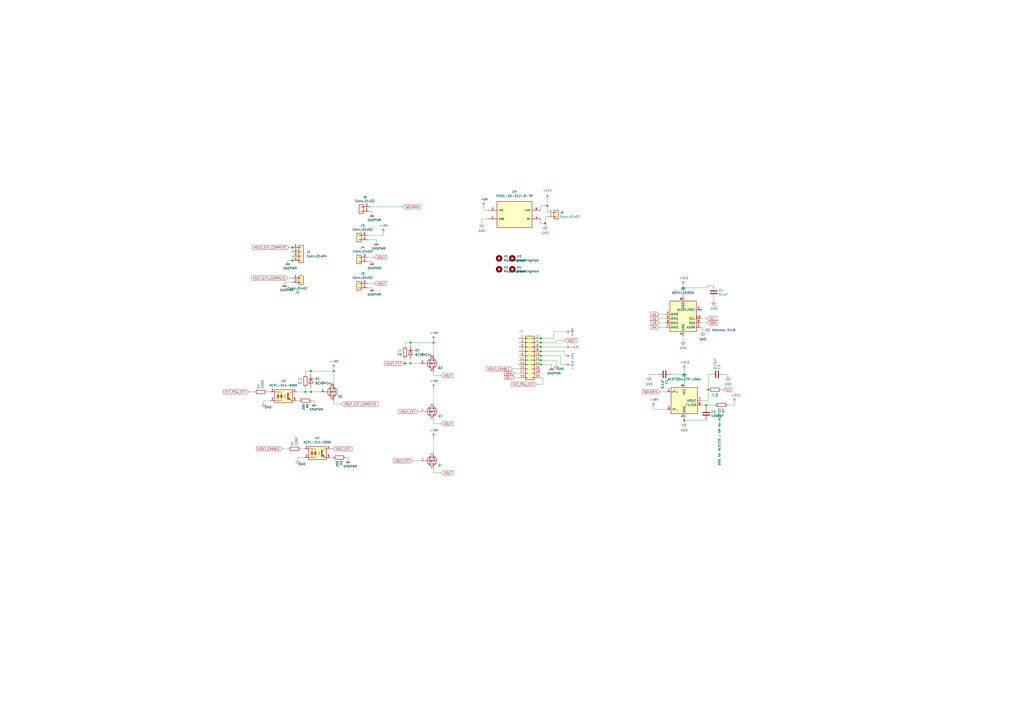
<source format=kicad_sch>
(kicad_sch (version 20211123) (generator eeschema)
  (paper "A2")
  (lib_symbols
    (symbol "Analog_ADC:ADS1115IDGS"
      (property "Reference" "U" (at 2.54 13.97 0))
      (property "Value" "ADS1115IDGS" (at 7.62 11.43 0))
      (symbol "ADS1115IDGS_0_1"
        (rectangle (start -7.62 10.16) (end 7.62 -7.62) (stroke (width 0.254)) (fill (type background)))
      )
      (symbol "ADS1115IDGS_1_1"
        (pin input line (at 10.16 -5.08 180) (length 2.54) (name "ADDR") (number "1"))
        (pin input line (at 10.16 0 180) (length 2.54) (name "SCL") (number "10"))
        (pin output line (at 10.16 5.08 180) (length 2.54) (name "ALERT/RDY") (number "2"))
        (pin power_in line (at 0 -10.16 90) (length 2.54) (name "GND") (number "3"))
        (pin input line (at -10.16 2.54 0) (length 2.54) (name "AIN0") (number "4"))
        (pin input line (at -10.16 0 0) (length 2.54) (name "AIN1") (number "5"))
        (pin input line (at -10.16 -2.54 0) (length 2.54) (name "AIN2") (number "6"))
        (pin input line (at -10.16 -5.08 0) (length 2.54) (name "AIN3") (number "7"))
        (pin power_in line (at 0 12.7 270) (length 2.54) (name "VDD") (number "8"))
        (pin bidirectional line (at 10.16 -2.54 180) (length 2.54) (name "SDA") (number "9"))
      )
    )
    (symbol "Connector_Generic:Conn_01x02" (pin_names (offset 1.016) hide)
      (property "Reference" "J" (at 0 2.54 0))
      (property "Value" "Conn_01x02" (at 0 -5.08 0))
      (symbol "Conn_01x02_1_1"
        (rectangle (start -1.27 -2.413) (end 0 -2.667) (stroke (width 0.1524)))
        (rectangle (start -1.27 0.127) (end 0 -0.127) (stroke (width 0.1524)))
        (rectangle (start -1.27 1.27) (end 1.27 -3.81) (stroke (width 0.254)) (fill (type background)))
        (pin passive line (at -5.08 0 0) (length 3.81) (name "Pin_1") (number "1"))
        (pin passive line (at -5.08 -2.54 0) (length 3.81) (name "Pin_2") (number "2"))
      )
    )
    (symbol "Connector_Generic:Conn_01x04" (pin_names (offset 1.016) hide)
      (property "Reference" "J" (at 0 5.08 0))
      (property "Value" "Conn_01x04" (at 0 -7.62 0))
      (symbol "Conn_01x04_1_1"
        (rectangle (start -1.27 -4.953) (end 0 -5.207) (stroke (width 0.1524)))
        (rectangle (start -1.27 -2.413) (end 0 -2.667) (stroke (width 0.1524)))
        (rectangle (start -1.27 0.127) (end 0 -0.127) (stroke (width 0.1524)))
        (rectangle (start -1.27 2.667) (end 0 2.413) (stroke (width 0.1524)))
        (rectangle (start -1.27 3.81) (end 1.27 -6.35) (stroke (width 0.254)) (fill (type background)))
        (pin passive line (at -5.08 2.54 0) (length 3.81) (name "Pin_1") (number "1"))
        (pin passive line (at -5.08 0 0) (length 3.81) (name "Pin_2") (number "2"))
        (pin passive line (at -5.08 -2.54 0) (length 3.81) (name "Pin_3") (number "3"))
        (pin passive line (at -5.08 -5.08 0) (length 3.81) (name "Pin_4") (number "4"))
      )
    )
    (symbol "Connector_Generic:Conn_02x10_Odd_Even" (pin_names (offset 1.016) hide)
      (property "Reference" "J" (at 1.27 12.7 0))
      (property "Value" "Conn_02x10_Odd_Even" (at 1.27 -15.24 0))
      (symbol "Conn_02x10_Odd_Even_1_1"
        (rectangle (start -1.27 -12.573) (end 0 -12.827) (stroke (width 0.1524)))
        (rectangle (start -1.27 -10.033) (end 0 -10.287) (stroke (width 0.1524)))
        (rectangle (start -1.27 -7.493) (end 0 -7.747) (stroke (width 0.1524)))
        (rectangle (start -1.27 -4.953) (end 0 -5.207) (stroke (width 0.1524)))
        (rectangle (start -1.27 -2.413) (end 0 -2.667) (stroke (width 0.1524)))
        (rectangle (start -1.27 0.127) (end 0 -0.127) (stroke (width 0.1524)))
        (rectangle (start -1.27 2.667) (end 0 2.413) (stroke (width 0.1524)))
        (rectangle (start -1.27 5.207) (end 0 4.953) (stroke (width 0.1524)))
        (rectangle (start -1.27 7.747) (end 0 7.493) (stroke (width 0.1524)))
        (rectangle (start -1.27 10.287) (end 0 10.033) (stroke (width 0.1524)))
        (rectangle (start -1.27 11.43) (end 3.81 -13.97) (stroke (width 0.254)) (fill (type background)))
        (rectangle (start 3.81 -12.573) (end 2.54 -12.827) (stroke (width 0.1524)))
        (rectangle (start 3.81 -10.033) (end 2.54 -10.287) (stroke (width 0.1524)))
        (rectangle (start 3.81 -7.493) (end 2.54 -7.747) (stroke (width 0.1524)))
        (rectangle (start 3.81 -4.953) (end 2.54 -5.207) (stroke (width 0.1524)))
        (rectangle (start 3.81 -2.413) (end 2.54 -2.667) (stroke (width 0.1524)))
        (rectangle (start 3.81 0.127) (end 2.54 -0.127) (stroke (width 0.1524)))
        (rectangle (start 3.81 2.667) (end 2.54 2.413) (stroke (width 0.1524)))
        (rectangle (start 3.81 5.207) (end 2.54 4.953) (stroke (width 0.1524)))
        (rectangle (start 3.81 7.747) (end 2.54 7.493) (stroke (width 0.1524)))
        (rectangle (start 3.81 10.287) (end 2.54 10.033) (stroke (width 0.1524)))
        (pin passive line (at -5.08 10.16 0) (length 3.81) (name "Pin_1") (number "1"))
        (pin passive line (at 7.62 0 180) (length 3.81) (name "Pin_10") (number "10"))
        (pin passive line (at -5.08 -2.54 0) (length 3.81) (name "Pin_11") (number "11"))
        (pin passive line (at 7.62 -2.54 180) (length 3.81) (name "Pin_12") (number "12"))
        (pin passive line (at -5.08 -5.08 0) (length 3.81) (name "Pin_13") (number "13"))
        (pin passive line (at 7.62 -5.08 180) (length 3.81) (name "Pin_14") (number "14"))
        (pin passive line (at -5.08 -7.62 0) (length 3.81) (name "Pin_15") (number "15"))
        (pin passive line (at 7.62 -7.62 180) (length 3.81) (name "Pin_16") (number "16"))
        (pin passive line (at -5.08 -10.16 0) (length 3.81) (name "Pin_17") (number "17"))
        (pin passive line (at 7.62 -10.16 180) (length 3.81) (name "Pin_18") (number "18"))
        (pin passive line (at -5.08 -12.7 0) (length 3.81) (name "Pin_19") (number "19"))
        (pin passive line (at 7.62 10.16 180) (length 3.81) (name "Pin_2") (number "2"))
        (pin passive line (at 7.62 -12.7 180) (length 3.81) (name "Pin_20") (number "20"))
        (pin passive line (at -5.08 7.62 0) (length 3.81) (name "Pin_3") (number "3"))
        (pin passive line (at 7.62 7.62 180) (length 3.81) (name "Pin_4") (number "4"))
        (pin passive line (at -5.08 5.08 0) (length 3.81) (name "Pin_5") (number "5"))
        (pin passive line (at 7.62 5.08 180) (length 3.81) (name "Pin_6") (number "6"))
        (pin passive line (at -5.08 2.54 0) (length 3.81) (name "Pin_7") (number "7"))
        (pin passive line (at 7.62 2.54 180) (length 3.81) (name "Pin_8") (number "8"))
        (pin passive line (at -5.08 0 0) (length 3.81) (name "Pin_9") (number "9"))
      )
    )
    (symbol "Device:C" (pin_numbers hide) (pin_names (offset 0.254))
      (property "Reference" "C" (at 0.635 2.54 0))
      (property "Value" "C" (at 0.635 -2.54 0))
      (symbol "C_0_1"
        (polyline (pts (xy -2.032 -0.762) (xy 2.032 -0.762)) (stroke (width 0.508)))
        (polyline (pts (xy -2.032 0.762) (xy 2.032 0.762)) (stroke (width 0.508)))
      )
      (symbol "C_1_1"
        (pin passive line (at 0 3.81 270) (length 2.794) (name "~") (number "1"))
        (pin passive line (at 0 -3.81 90) (length 2.794) (name "~") (number "2"))
      )
    )
    (symbol "Device:R" (pin_numbers hide) (pin_names (offset 0))
      (property "Reference" "R" (at 2.032 0 90))
      (property "Value" "R" (at 0 0 90))
      (symbol "R_0_1"
        (rectangle (start -1.016 -2.54) (end 1.016 2.54) (stroke (width 0.254)))
      )
      (symbol "R_1_1"
        (pin passive line (at 0 3.81 270) (length 1.27) (name "~") (number "1"))
        (pin passive line (at 0 -3.81 90) (length 1.27) (name "~") (number "2"))
      )
    )
    (symbol "Diode:BZX84Cxx" (pin_numbers hide) (pin_names (offset 1.016) hide)
      (property "Reference" "D" (at 0 2.54 0))
      (property "Value" "BZX84Cxx" (at 0 -2.54 0))
      (symbol "BZX84Cxx_0_1"
        (polyline (pts (xy 1.27 0) (xy -1.27 0)))
        (polyline (pts (xy -1.27 -1.27) (xy -1.27 1.27) (xy -0.762 1.27)) (stroke (width 0.254)))
        (polyline (pts (xy 1.27 -1.27) (xy 1.27 1.27) (xy -1.27 0) (xy 1.27 -1.27)) (stroke (width 0.254)))
      )
      (symbol "BZX84Cxx_1_1"
        (pin passive line (at -3.81 0 0) (length 2.54) (name "K") (number "1"))
        (pin passive line (at 3.81 0 180) (length 2.54) (name "A") (number "2"))
      )
    )
    (symbol "Isolator:ACPL-214-500E" (pin_names (offset 1.016))
      (property "Reference" "U" (at -5.08 5.08 0))
      (property "Value" "ACPL-214-500E" (at 0 5.08 0))
      (symbol "ACPL-214-500E_0_1"
        (rectangle (start -5.08 3.81) (end 5.08 -3.81) (stroke (width 0.254)) (fill (type background)))
        (circle (center -3.175 -2.54) (radius 0.127))
        (circle (center -3.175 2.54) (radius 0.127))
        (polyline (pts (xy -3.81 0.635) (xy -2.54 0.635)) (stroke (width 0.254)))
        (polyline (pts (xy -3.175 -0.635) (xy -3.175 -2.54)))
        (polyline (pts (xy -3.175 -0.635) (xy -3.175 2.54)))
        (polyline (pts (xy -1.905 -0.635) (xy -0.635 -0.635)) (stroke (width 0.254)))
        (polyline (pts (xy 2.54 0.635) (xy 4.445 2.54)))
        (polyline (pts (xy 4.445 -2.54) (xy 2.54 -0.635)) (fill (type outline)))
        (polyline (pts (xy 4.445 -2.54) (xy 5.08 -2.54)))
        (polyline (pts (xy 4.445 2.54) (xy 5.08 2.54)))
        (polyline (pts (xy -5.08 2.54) (xy -1.27 2.54) (xy -1.27 -0.635)))
        (polyline (pts (xy -1.27 -0.635) (xy -1.27 -2.54) (xy -5.08 -2.54)))
        (polyline (pts (xy 2.54 1.905) (xy 2.54 -1.905) (xy 2.54 -1.905)) (stroke (width 0.508)))
        (polyline (pts (xy -3.175 0.635) (xy -3.81 -0.635) (xy -2.54 -0.635) (xy -3.175 0.635)) (stroke (width 0.254)))
        (polyline (pts (xy -1.27 -0.635) (xy -1.905 0.635) (xy -0.635 0.635) (xy -1.27 -0.635)) (stroke (width 0.254)))
        (polyline (pts (xy 0.127 -0.508) (xy 1.397 -0.508) (xy 1.016 -0.635) (xy 1.016 -0.381) (xy 1.397 -0.508)))
        (polyline (pts (xy 0.127 0.508) (xy 1.397 0.508) (xy 1.016 0.381) (xy 1.016 0.635) (xy 1.397 0.508)))
        (polyline (pts (xy 3.048 -1.651) (xy 3.556 -1.143) (xy 4.064 -2.159) (xy 3.048 -1.651) (xy 3.048 -1.651)) (fill (type outline)))
      )
      (symbol "ACPL-214-500E_1_1"
        (pin passive line (at -7.62 2.54 0) (length 2.54) (name "~") (number "1"))
        (pin passive line (at -7.62 -2.54 0) (length 2.54) (name "~") (number "2"))
        (pin passive line (at 7.62 -2.54 180) (length 2.54) (name "~") (number "3"))
        (pin passive line (at 7.62 2.54 180) (length 2.54) (name "~") (number "4"))
      )
    )
    (symbol "Mechanical:MountingHole" (pin_names (offset 1.016))
      (property "Reference" "H" (at 0 5.08 0))
      (property "Value" "MountingHole" (at 0 3.175 0))
      (symbol "MountingHole_0_1"
        (circle (center 0 0) (radius 1.27) (stroke (width 1.27)))
      )
    )
    (symbol "PDS1-S3-S3-M:PDS1-S3-S3-M" (pin_names (offset 1.016))
      (property "Reference" "U" (at -10.2108 7.6708 0))
      (property "Value" "PDS1-S3-S3-M" (at -10.2108 -10.2108 0))
      (symbol "PDS1-S3-S3-M_0_0"
        (rectangle (start -10.16 -7.62) (end 10.16 7.62) (stroke (width 0.254)) (fill (type background)))
        (pin power_in line (at -15.24 -2.54 0) (length 5.08) (name "GND") (number "1"))
        (pin input line (at -15.24 2.54 0) (length 5.08) (name "VIN") (number "2"))
        (pin power_in line (at 15.24 -2.54 180) (length 5.08) (name "0V") (number "4"))
        (pin output line (at 15.24 2.54 180) (length 5.08) (name "+VO") (number "5"))
      )
    )
    (symbol "P_CHANNEL_1" (pin_names hide)
      (property "Reference" "Q" (at 4.953 1.905 0))
      (property "Value" "P_CHANNEL_1" (at 4.953 0 0))
      (symbol "P_CHANNEL_1_0_1"
        (polyline (pts (xy 0.254 0) (xy -2.54 0)))
        (polyline (pts (xy 0.254 1.905) (xy 0.254 -1.905)) (stroke (width 0.254)))
        (polyline (pts (xy 0.762 -1.27) (xy 0.762 -2.286)) (stroke (width 0.254)))
        (polyline (pts (xy 0.762 0.508) (xy 0.762 -0.508)) (stroke (width 0.254)))
        (polyline (pts (xy 0.762 2.286) (xy 0.762 1.27)) (stroke (width 0.254)))
        (polyline (pts (xy 2.54 2.54) (xy 2.54 1.778)))
        (polyline (pts (xy 2.54 -2.54) (xy 2.54 0) (xy 0.762 0)))
        (polyline (pts (xy 0.762 1.778) (xy 3.302 1.778) (xy 3.302 -1.778) (xy 0.762 -1.778)))
        (polyline (pts (xy 2.286 0) (xy 1.27 0.381) (xy 1.27 -0.381) (xy 2.286 0)) (fill (type outline)))
        (polyline (pts (xy 2.794 -0.508) (xy 2.921 -0.381) (xy 3.683 -0.381) (xy 3.81 -0.254)))
        (polyline (pts (xy 3.302 -0.381) (xy 2.921 0.254) (xy 3.683 0.254) (xy 3.302 -0.381)))
        (circle (center 1.651 0) (radius 2.794) (stroke (width 0.254)))
        (circle (center 2.54 -1.778) (radius 0.254) (fill (type outline)))
        (circle (center 2.54 1.778) (radius 0.254) (fill (type outline)))
      )
      (symbol "P_CHANNEL_1_1_1"
        (pin input line (at -5.08 0 0) (length 2.54) (name "G") (number "1"))
        (pin passive line (at 2.54 -5.08 90) (length 2.54) (name "S") (number "3"))
        (pin passive line (at 2.54 5.08 270) (length 2.54) (name "D") (number "4"))
      )
    )
    (symbol "P_CHANNEL_2" (pin_names hide)
      (property "Reference" "Q" (at 4.953 1.905 0))
      (property "Value" "P_CHANNEL_2" (at 4.953 0 0))
      (symbol "P_CHANNEL_2_0_1"
        (polyline (pts (xy 0.254 0) (xy -2.54 0)))
        (polyline (pts (xy 0.254 1.905) (xy 0.254 -1.905)) (stroke (width 0.254)))
        (polyline (pts (xy 0.762 -1.27) (xy 0.762 -2.286)) (stroke (width 0.254)))
        (polyline (pts (xy 0.762 0.508) (xy 0.762 -0.508)) (stroke (width 0.254)))
        (polyline (pts (xy 0.762 2.286) (xy 0.762 1.27)) (stroke (width 0.254)))
        (polyline (pts (xy 2.54 2.54) (xy 2.54 1.778)))
        (polyline (pts (xy 2.54 -2.54) (xy 2.54 0) (xy 0.762 0)))
        (polyline (pts (xy 0.762 1.778) (xy 3.302 1.778) (xy 3.302 -1.778) (xy 0.762 -1.778)))
        (polyline (pts (xy 2.286 0) (xy 1.27 0.381) (xy 1.27 -0.381) (xy 2.286 0)) (fill (type outline)))
        (polyline (pts (xy 2.794 -0.508) (xy 2.921 -0.381) (xy 3.683 -0.381) (xy 3.81 -0.254)))
        (polyline (pts (xy 3.302 -0.381) (xy 2.921 0.254) (xy 3.683 0.254) (xy 3.302 -0.381)))
        (circle (center 1.651 0) (radius 2.794) (stroke (width 0.254)))
        (circle (center 2.54 -1.778) (radius 0.254) (fill (type outline)))
        (circle (center 2.54 1.778) (radius 0.254) (fill (type outline)))
      )
      (symbol "P_CHANNEL_2_1_1"
        (pin input line (at -5.08 0 0) (length 2.54) (name "G") (number "1"))
        (pin passive line (at 2.54 -5.08 90) (length 2.54) (name "S") (number "3"))
        (pin passive line (at 2.54 5.08 270) (length 2.54) (name "D") (number "4"))
      )
    )
    (symbol "P_CHANNEL_3" (pin_names hide)
      (property "Reference" "Q" (at 4.953 1.905 0))
      (property "Value" "P_CHANNEL_3" (at 4.953 0 0))
      (symbol "P_CHANNEL_3_0_1"
        (polyline (pts (xy 0.254 0) (xy -2.54 0)))
        (polyline (pts (xy 0.254 1.905) (xy 0.254 -1.905)) (stroke (width 0.254)))
        (polyline (pts (xy 0.762 -1.27) (xy 0.762 -2.286)) (stroke (width 0.254)))
        (polyline (pts (xy 0.762 0.508) (xy 0.762 -0.508)) (stroke (width 0.254)))
        (polyline (pts (xy 0.762 2.286) (xy 0.762 1.27)) (stroke (width 0.254)))
        (polyline (pts (xy 2.54 2.54) (xy 2.54 1.778)))
        (polyline (pts (xy 2.54 -2.54) (xy 2.54 0) (xy 0.762 0)))
        (polyline (pts (xy 0.762 1.778) (xy 3.302 1.778) (xy 3.302 -1.778) (xy 0.762 -1.778)))
        (polyline (pts (xy 2.286 0) (xy 1.27 0.381) (xy 1.27 -0.381) (xy 2.286 0)) (fill (type outline)))
        (polyline (pts (xy 2.794 -0.508) (xy 2.921 -0.381) (xy 3.683 -0.381) (xy 3.81 -0.254)))
        (polyline (pts (xy 3.302 -0.381) (xy 2.921 0.254) (xy 3.683 0.254) (xy 3.302 -0.381)))
        (circle (center 1.651 0) (radius 2.794) (stroke (width 0.254)))
        (circle (center 2.54 -1.778) (radius 0.254) (fill (type outline)))
        (circle (center 2.54 1.778) (radius 0.254) (fill (type outline)))
      )
      (symbol "P_CHANNEL_3_1_1"
        (pin input line (at -5.08 0 0) (length 2.54) (name "G") (number "1"))
        (pin passive line (at 2.54 -5.08 90) (length 2.54) (name "S") (number "3"))
        (pin passive line (at 2.54 5.08 270) (length 2.54) (name "D") (number "4"))
      )
    )
    (symbol "Sensor_Current:ACS725xLCTR-10AU"
      (property "Reference" "U" (at 2.54 11.43 0))
      (property "Value" "ACS725xLCTR-10AU" (at 2.54 8.89 0))
      (symbol "ACS725xLCTR-10AU_0_1"
        (rectangle (start -7.62 7.62) (end 7.62 -7.62) (stroke (width 0.254)) (fill (type background)))
      )
      (symbol "ACS725xLCTR-10AU_1_1"
        (pin passive line (at -10.16 5.08 0) (length 2.54) (name "IP+") (number "1"))
        (pin passive line (at -10.16 5.08 0) (length 2.54) hide (name "IP+") (number "2"))
        (pin passive line (at -10.16 -5.08 0) (length 2.54) (name "IP-") (number "3"))
        (pin passive line (at -10.16 -5.08 0) (length 2.54) hide (name "IP-") (number "4"))
        (pin power_in line (at 0 -10.16 90) (length 2.54) (name "GND") (number "5"))
        (pin passive line (at 10.16 -2.54 180) (length 2.54) (name "FILTER") (number "6"))
        (pin output line (at 10.16 0 180) (length 2.54) (name "VIOUT") (number "7"))
        (pin power_in line (at 0 10.16 270) (length 2.54) (name "VCC") (number "8"))
      )
    )
    (symbol "power:+12V" (power) (pin_names (offset 0))
      (property "Value" "+12V" (at 0 3.556 0))
      (symbol "+12V_0_1"
        (polyline (pts (xy -0.762 1.27) (xy 0 2.54)))
        (polyline (pts (xy 0 0) (xy 0 2.54)))
        (polyline (pts (xy 0 2.54) (xy 0.762 1.27)))
      )
      (symbol "+12V_1_1"
        (pin power_in line (at 0 0 90) (length 0) hide (name "+12V") (number "1"))
      )
    )
    (symbol "power:+3.3V" (power) (pin_names (offset 0))
      (property "Value" "+3.3V" (at 0 3.556 0))
      (symbol "+3.3V_0_1"
        (polyline (pts (xy -0.762 1.27) (xy 0 2.54)))
        (polyline (pts (xy 0 0) (xy 0 2.54)))
        (polyline (pts (xy 0 2.54) (xy 0.762 1.27)))
      )
      (symbol "+3.3V_1_1"
        (pin power_in line (at 0 0 90) (length 0) hide (name "+3V3") (number "1"))
      )
    )
    (symbol "power:+48V" (power) (pin_names (offset 0))
      (property "Value" "+48V" (at 0 3.556 0))
      (symbol "+48V_0_1"
        (polyline (pts (xy -0.762 1.27) (xy 0 2.54)))
        (polyline (pts (xy 0 0) (xy 0 2.54)))
        (polyline (pts (xy 0 2.54) (xy 0.762 1.27)))
      )
      (symbol "+48V_1_1"
        (pin power_in line (at 0 0 90) (length 0) hide (name "+48V") (number "1"))
      )
    )
    (symbol "power:+5V" (power) (pin_names (offset 0))
      (property "Value" "+5V" (at 0 3.556 0))
      (symbol "+5V_0_1"
        (polyline (pts (xy -0.762 1.27) (xy 0 2.54)))
        (polyline (pts (xy 0 0) (xy 0 2.54)))
        (polyline (pts (xy 0 2.54) (xy 0.762 1.27)))
      )
      (symbol "+5V_1_1"
        (pin power_in line (at 0 0 90) (length 0) hide (name "+5V") (number "1"))
      )
    )
    (symbol "power:GND" (power) (pin_names (offset 0))
      (property "Value" "GND" (at 0 -3.81 0))
      (symbol "GND_0_1"
        (polyline (pts (xy 0 0) (xy 0 -1.27) (xy 1.27 -1.27) (xy 0 -2.54) (xy -1.27 -1.27) (xy 0 -1.27)))
      )
      (symbol "GND_1_1"
        (pin power_in line (at 0 0 270) (length 0) hide (name "GND") (number "1"))
      )
    )
    (symbol "power:GNDPWR" (power) (pin_names (offset 0))
      (property "Value" "GNDPWR" (at 0 -3.302 0))
      (symbol "GNDPWR_0_1"
        (polyline (pts (xy 0 -1.27) (xy 0 0)))
        (polyline (pts (xy -1.016 -1.27) (xy -1.27 -2.032) (xy -1.27 -2.032)) (stroke (width 0.2032)))
        (polyline (pts (xy -0.508 -1.27) (xy -0.762 -2.032) (xy -0.762 -2.032)) (stroke (width 0.2032)))
        (polyline (pts (xy 0 -1.27) (xy -0.254 -2.032) (xy -0.254 -2.032)) (stroke (width 0.2032)))
        (polyline (pts (xy 0.508 -1.27) (xy 0.254 -2.032) (xy 0.254 -2.032)) (stroke (width 0.2032)))
        (polyline (pts (xy 1.016 -1.27) (xy -1.016 -1.27) (xy -1.016 -1.27)) (stroke (width 0.2032)))
        (polyline (pts (xy 1.016 -1.27) (xy 0.762 -2.032) (xy 0.762 -2.032) (xy 0.762 -2.032)) (stroke (width 0.2032)))
      )
      (symbol "GNDPWR_1_1"
        (pin power_in line (at 0 0 270) (length 0) hide (name "GNDPWR") (number "1"))
      )
    )
    (symbol "taylor_kicad:P_CHANNEL" (pin_names hide)
      (property "Reference" "Q" (at 4.953 1.905 0))
      (property "Value" "P_CHANNEL" (at 4.953 0 0))
      (symbol "P_CHANNEL_0_1"
        (polyline (pts (xy 0.254 0) (xy -2.54 0)))
        (polyline (pts (xy 0.254 1.905) (xy 0.254 -1.905)) (stroke (width 0.254)))
        (polyline (pts (xy 0.762 -1.27) (xy 0.762 -2.286)) (stroke (width 0.254)))
        (polyline (pts (xy 0.762 0.508) (xy 0.762 -0.508)) (stroke (width 0.254)))
        (polyline (pts (xy 0.762 2.286) (xy 0.762 1.27)) (stroke (width 0.254)))
        (polyline (pts (xy 2.54 2.54) (xy 2.54 1.778)))
        (polyline (pts (xy 2.54 -2.54) (xy 2.54 0) (xy 0.762 0)))
        (polyline (pts (xy 0.762 1.778) (xy 3.302 1.778) (xy 3.302 -1.778) (xy 0.762 -1.778)))
        (polyline (pts (xy 2.286 0) (xy 1.27 0.381) (xy 1.27 -0.381) (xy 2.286 0)) (fill (type outline)))
        (polyline (pts (xy 2.794 -0.508) (xy 2.921 -0.381) (xy 3.683 -0.381) (xy 3.81 -0.254)))
        (polyline (pts (xy 3.302 -0.381) (xy 2.921 0.254) (xy 3.683 0.254) (xy 3.302 -0.381)))
        (circle (center 1.651 0) (radius 2.794) (stroke (width 0.254)))
        (circle (center 2.54 -1.778) (radius 0.254) (fill (type outline)))
        (circle (center 2.54 1.778) (radius 0.254) (fill (type outline)))
      )
      (symbol "P_CHANNEL_1_1"
        (pin input line (at -5.08 0 0) (length 2.54) (name "G") (number "1"))
        (pin passive line (at 2.54 -5.08 90) (length 2.54) (name "S") (number "3"))
        (pin passive line (at 2.54 5.08 270) (length 2.54) (name "D") (number "4"))
      )
    )
  )
  (junction (at 396.24 167.005))
  (junction (at 396.875 243.84))
  (junction (at 313.69 196.215))
  (junction (at 313.69 203.835))
  (junction (at 169.545 143.51))
  (junction (at 313.69 206.375))
  (junction (at 234.95 210.82))
  (junction (at 410.845 226.06))
  (junction (at 177.165 227.33))
  (junction (at 251.46 198.755))
  (junction (at 180.34 215.265))
  (junction (at 409.575 234.95))
  (junction (at 238.125 198.755))
  (junction (at 313.69 208.915))
  (junction (at 396.875 217.17))
  (junction (at 193.675 215.265))
  (junction (at 317.5 119.38))
  (junction (at 313.69 201.295))
  (junction (at 169.545 151.13))
  (junction (at 316.23 129.54))
  (junction (at 238.125 210.82))
  (junction (at 313.69 198.755))
  (junction (at 313.69 211.455))
  (junction (at 180.34 227.33))
  (no_connect (at 406.4 179.705))
  (wire (pts (xy 215.9 122.555) (xy 215.9 123.825)))
  (wire (pts (xy 327.66 211.455) (xy 325.12 211.455)))
  (wire (pts (xy 251.46 198.755) (xy 251.46 205.74)))
  (wire (pts (xy 180.34 215.265) (xy 180.34 217.17)))
  (wire (pts (xy 313.69 211.455) (xy 320.04 211.455)))
  (wire (pts (xy 169.545 148.59) (xy 169.545 151.13)))
  (wire (pts (xy 222.25 136.525) (xy 213.36 136.525)))
  (wire (pts (xy 144.145 227.33) (xy 147.32 227.33)))
  (wire (pts (xy 200.66 265.43) (xy 201.93 265.43)))
  (wire (pts (xy 217.17 149.225) (xy 213.36 149.225)))
  (wire (pts (xy 251.46 243.84) (xy 251.46 245.745)))
  (wire (pts (xy 242.57 238.76) (xy 243.84 238.76)))
  (wire (pts (xy 217.17 164.465) (xy 213.36 164.465)))
  (wire (pts (xy 177.165 224.79) (xy 177.165 227.33)))
  (wire (pts (xy 379.095 237.49) (xy 379.095 236.22)))
  (wire (pts (xy 238.125 210.82) (xy 234.95 210.82)))
  (wire (pts (xy 234.95 210.82) (xy 234.95 208.28)))
  (wire (pts (xy 243.84 210.82) (xy 238.125 210.82)))
  (wire (pts (xy 298.45 216.535) (xy 300.99 216.535)))
  (wire (pts (xy 313.69 198.755) (xy 322.58 198.755)))
  (wire (pts (xy 279.4 127) (xy 279.4 129.54)))
  (wire (pts (xy 214.63 122.555) (xy 215.9 122.555)))
  (wire (pts (xy 300.99 206.375) (xy 313.69 206.375)))
  (wire (pts (xy 300.99 211.455) (xy 313.69 211.455)))
  (wire (pts (xy 167.005 151.13) (xy 169.545 151.13)))
  (wire (pts (xy 167.005 151.765) (xy 167.005 151.13)))
  (wire (pts (xy 300.99 201.295) (xy 313.69 201.295)))
  (wire (pts (xy 193.675 213.995) (xy 193.675 215.265)))
  (wire (pts (xy 193.675 215.265) (xy 193.675 222.25)))
  (wire (pts (xy 238.125 198.755) (xy 251.46 198.755)))
  (wire (pts (xy 386.715 237.49) (xy 379.095 237.49)))
  (wire (pts (xy 313.69 129.54) (xy 316.23 129.54)))
  (wire (pts (xy 422.275 234.95) (xy 426.085 234.95)))
  (wire (pts (xy 297.18 213.995) (xy 300.99 213.995)))
  (wire (pts (xy 313.69 119.38) (xy 317.5 119.38)))
  (wire (pts (xy 154.94 227.33) (xy 156.845 227.33)))
  (wire (pts (xy 251.46 245.745) (xy 255.905 245.745)))
  (wire (pts (xy 218.44 140.335) (xy 218.44 139.065)))
  (wire (pts (xy 176.53 265.43) (xy 172.72 265.43)))
  (wire (pts (xy 172.72 265.43) (xy 172.72 266.7)))
  (wire (pts (xy 396.24 167.005) (xy 396.24 172.085)))
  (wire (pts (xy 313.69 203.835) (xy 327.66 203.835)))
  (wire (pts (xy 376.555 217.17) (xy 376.555 218.44)))
  (wire (pts (xy 193.675 232.41) (xy 193.675 234.315)))
  (wire (pts (xy 222.25 135.255) (xy 222.25 136.525)))
  (wire (pts (xy 382.27 182.245) (xy 386.08 182.245)))
  (wire (pts (xy 407.035 234.95) (xy 409.575 234.95)))
  (wire (pts (xy 300.99 208.915) (xy 313.69 208.915)))
  (wire (pts (xy 316.23 125.73) (xy 316.23 129.54)))
  (wire (pts (xy 313.69 201.295) (xy 327.66 201.295)))
  (wire (pts (xy 406.4 189.865) (xy 407.67 189.865)))
  (wire (pts (xy 396.875 243.84) (xy 396.875 245.11)))
  (wire (pts (xy 215.9 151.765) (xy 213.36 151.765)))
  (wire (pts (xy 396.875 217.17) (xy 389.255 217.17)))
  (wire (pts (xy 410.21 187.325) (xy 406.4 187.325)))
  (wire (pts (xy 410.21 167.005) (xy 410.21 165.735)))
  (wire (pts (xy 251.46 254) (xy 251.46 262.255)))
  (wire (pts (xy 382.905 227.33) (xy 386.715 227.33)))
  (wire (pts (xy 182.245 232.41) (xy 182.245 233.68)))
  (wire (pts (xy 180.975 232.41) (xy 182.245 232.41)))
  (wire (pts (xy 325.12 211.455) (xy 325.12 206.375)))
  (wire (pts (xy 396.24 165.735) (xy 396.24 167.005)))
  (wire (pts (xy 238.125 208.28) (xy 238.125 210.82)))
  (wire (pts (xy 313.69 119.38) (xy 313.69 121.92)))
  (wire (pts (xy 316.23 129.54) (xy 316.23 130.81)))
  (wire (pts (xy 327.66 192.405) (xy 321.31 192.405)))
  (wire (pts (xy 251.46 274.32) (xy 255.905 274.32)))
  (wire (pts (xy 409.575 243.84) (xy 396.875 243.84)))
  (wire (pts (xy 300.99 196.215) (xy 313.69 196.215)))
  (wire (pts (xy 320.04 211.455) (xy 320.04 212.725)))
  (wire (pts (xy 153.035 232.41) (xy 153.035 233.68)))
  (wire (pts (xy 322.58 197.485) (xy 322.58 198.755)))
  (wire (pts (xy 167.64 143.51) (xy 169.545 143.51)))
  (wire (pts (xy 214.63 120.015) (xy 233.68 120.015)))
  (wire (pts (xy 191.77 260.35) (xy 193.04 260.35)))
  (wire (pts (xy 381.635 217.17) (xy 376.555 217.17)))
  (wire (pts (xy 283.21 127) (xy 279.4 127)))
  (wire (pts (xy 251.46 217.805) (xy 255.905 217.805)))
  (wire (pts (xy 382.27 189.865) (xy 386.08 189.865)))
  (wire (pts (xy 321.31 192.405) (xy 321.31 196.215)))
  (wire (pts (xy 418.465 226.06) (xy 419.735 226.06)))
  (wire (pts (xy 251.46 272.415) (xy 251.46 274.32)))
  (wire (pts (xy 169.545 143.51) (xy 169.545 146.05)))
  (wire (pts (xy 409.575 234.95) (xy 409.575 236.22)))
  (wire (pts (xy 193.675 234.315) (xy 198.12 234.315)))
  (wire (pts (xy 234.315 210.82) (xy 234.95 210.82)))
  (wire (pts (xy 238.125 198.755) (xy 238.125 200.66)))
  (wire (pts (xy 317.5 119.38) (xy 317.5 115.57)))
  (wire (pts (xy 396.875 242.57) (xy 396.875 243.84)))
  (wire (pts (xy 201.93 265.43) (xy 201.93 266.7)))
  (wire (pts (xy 169.545 163.83) (xy 165.1 163.83)))
  (wire (pts (xy 165.1 163.83) (xy 165.1 164.465)))
  (wire (pts (xy 172.085 232.41) (xy 173.355 232.41)))
  (wire (pts (xy 382.27 187.325) (xy 386.08 187.325)))
  (wire (pts (xy 298.45 219.075) (xy 300.99 219.075)))
  (wire (pts (xy 409.575 234.95) (xy 414.655 234.95)))
  (wire (pts (xy 180.34 224.79) (xy 180.34 227.33)))
  (wire (pts (xy 174.625 260.35) (xy 176.53 260.35)))
  (wire (pts (xy 213.36 139.065) (xy 218.44 139.065)))
  (wire (pts (xy 314.96 219.075) (xy 313.69 219.075)))
  (wire (pts (xy 314.96 222.885) (xy 314.96 219.075)))
  (wire (pts (xy 311.15 222.885) (xy 314.96 222.885)))
  (wire (pts (xy 396.24 167.005) (xy 410.21 167.005)))
  (wire (pts (xy 313.69 127) (xy 313.69 129.54)))
  (wire (pts (xy 313.69 196.215) (xy 321.31 196.215)))
  (wire (pts (xy 317.5 125.73) (xy 316.23 125.73)))
  (wire (pts (xy 396.875 217.17) (xy 396.875 214.63)))
  (wire (pts (xy 280.67 121.92) (xy 280.67 120.015)))
  (wire (pts (xy 283.21 121.92) (xy 280.67 121.92)))
  (wire (pts (xy 396.24 194.945) (xy 396.24 197.485)))
  (wire (pts (xy 300.99 203.835) (xy 313.69 203.835)))
  (wire (pts (xy 410.845 226.06) (xy 410.845 217.17)))
  (wire (pts (xy 239.395 267.335) (xy 243.84 267.335)))
  (wire (pts (xy 234.95 200.66) (xy 234.95 198.755)))
  (wire (pts (xy 410.845 217.17) (xy 412.115 217.17)))
  (wire (pts (xy 410.845 232.41) (xy 407.035 232.41)))
  (wire (pts (xy 177.165 215.265) (xy 180.34 215.265)))
  (wire (pts (xy 177.165 217.17) (xy 177.165 215.265)))
  (wire (pts (xy 180.34 215.265) (xy 193.675 215.265)))
  (wire (pts (xy 396.875 222.25) (xy 396.875 217.17)))
  (wire (pts (xy 410.21 165.735) (xy 414.02 165.735)))
  (wire (pts (xy 410.845 232.41) (xy 410.845 226.06)))
  (wire (pts (xy 407.67 189.865) (xy 407.67 192.405)))
  (wire (pts (xy 382.27 184.785) (xy 386.08 184.785)))
  (wire (pts (xy 422.275 217.17) (xy 422.275 218.44)))
  (wire (pts (xy 419.735 217.17) (xy 422.275 217.17)))
  (wire (pts (xy 313.69 206.375) (xy 325.12 206.375)))
  (wire (pts (xy 327.66 197.485) (xy 322.58 197.485)))
  (wire (pts (xy 156.845 232.41) (xy 153.035 232.41)))
  (wire (pts (xy 322.58 208.915) (xy 322.58 211.455)))
  (wire (pts (xy 234.95 198.755) (xy 238.125 198.755)))
  (wire (pts (xy 251.46 197.485) (xy 251.46 198.755)))
  (wire (pts (xy 251.46 215.9) (xy 251.46 217.805)))
  (wire (pts (xy 410.21 184.785) (xy 406.4 184.785)))
  (wire (pts (xy 414.02 173.355) (xy 414.02 174.625)))
  (wire (pts (xy 180.34 227.33) (xy 186.055 227.33)))
  (wire (pts (xy 172.085 227.33) (xy 177.165 227.33)))
  (wire (pts (xy 177.165 227.33) (xy 180.34 227.33)))
  (wire (pts (xy 327.66 206.375) (xy 327.66 203.835)))
  (wire (pts (xy 317.5 119.38) (xy 317.5 123.19)))
  (wire (pts (xy 215.9 167.005) (xy 213.36 167.005)))
  (wire (pts (xy 300.99 198.755) (xy 313.69 198.755)))
  (wire (pts (xy 163.83 260.35) (xy 167.005 260.35)))
  (wire (pts (xy 167.005 161.29) (xy 169.545 161.29)))
  (wire (pts (xy 426.085 234.95) (xy 426.085 233.68)))
  (wire (pts (xy 313.69 208.915) (xy 322.58 208.915)))
  (wire (pts (xy 191.77 265.43) (xy 193.04 265.43)))
  (wire (pts (xy 251.46 225.425) (xy 251.46 233.68)))
  (text "I2C Address: 0x48" (at 426.72 192.405 180) (effects (font (size 1.27 1.27)) (justify right bottom)))
  (global_label "SCL" (shape input) (at 410.21 184.785 0) (property "Intersheet References" "${INTERSHEET_REFS}" (effects hide)))
  (global_label "VOUT_EXT_COMPUTE" (shape input) (at 167.64 143.51 180) (property "Intersheet References" "${INTERSHEET_REFS}" (effects hide)))
  (global_label "EXT_PSU_FET" (shape input) (at 311.15 222.885 180) (property "Intersheet References" "${INTERSHEET_REFS}" (effects hide)))
  (global_label "VOUT_ENABLE" (shape input) (at 297.18 213.995 180) (property "Intersheet References" "${INTERSHEET_REFS}" (effects hide)))
  (global_label "A1" (shape input) (at 382.27 182.245 180) (property "Intersheet References" "${INTERSHEET_REFS}" (effects hide)))
  (global_label "SDA" (shape input) (at 298.45 216.535 180) (property "Intersheet References" "${INTERSHEET_REFS}" (effects hide)))
  (global_label "A3" (shape input) (at 382.27 187.325 180) (property "Intersheet References" "${INTERSHEET_REFS}" (effects hide)))
  (global_label "VOUT" (shape input) (at 255.905 274.32 0) (property "Intersheet References" "${INTERSHEET_REFS}" (effects hide)))
  (global_label "VOUT_EXT_COMPUTE" (shape input) (at 167.005 161.29 180) (property "Intersheet References" "${INTERSHEET_REFS}" (effects hide)))
  (global_label "SOLARIN" (shape input) (at 382.905 227.33 180) (property "Intersheet References" "${INTERSHEET_REFS}" (effects hide)))
  (global_label "SOLARIN" (shape input) (at 233.68 120.015 0) (property "Intersheet References" "${INTERSHEET_REFS}" (effects hide)))
  (global_label "VOUT" (shape input) (at 255.905 245.745 0) (property "Intersheet References" "${INTERSHEET_REFS}" (effects hide)))
  (global_label "VOUT_FET" (shape input) (at 239.395 267.335 180) (property "Intersheet References" "${INTERSHEET_REFS}" (effects hide)))
  (global_label "A2" (shape input) (at 382.27 184.785 180) (property "Intersheet References" "${INTERSHEET_REFS}" (effects hide)))
  (global_label "A1" (shape input) (at 419.735 226.06 0) (property "Intersheet References" "${INTERSHEET_REFS}" (effects hide)))
  (global_label "VOUT_EXT_COMPUTE" (shape input) (at 198.12 234.315 0) (property "Intersheet References" "${INTERSHEET_REFS}" (effects hide)))
  (global_label "A4" (shape input) (at 382.27 189.865 180) (property "Intersheet References" "${INTERSHEET_REFS}" (effects hide)))
  (global_label "VOUT" (shape input) (at 327.66 197.485 0) (property "Intersheet References" "${INTERSHEET_REFS}" (effects hide)))
  (global_label "SDA" (shape input) (at 410.21 187.325 0) (property "Intersheet References" "${INTERSHEET_REFS}" (effects hide)))
  (global_label "SCL" (shape input) (at 298.45 219.075 180) (property "Intersheet References" "${INTERSHEET_REFS}" (effects hide)))
  (global_label "VOUT_ENABLE" (shape input) (at 163.83 260.35 180) (property "Intersheet References" "${INTERSHEET_REFS}" (effects hide)))
  (global_label "VOUT" (shape input) (at 217.17 149.225 0) (property "Intersheet References" "${INTERSHEET_REFS}" (effects hide)))
  (global_label "VOUT_FET" (shape input) (at 234.315 210.82 180) (property "Intersheet References" "${INTERSHEET_REFS}" (effects hide)))
  (global_label "VOUT_FET" (shape input) (at 242.57 238.76 180) (property "Intersheet References" "${INTERSHEET_REFS}" (effects hide)))
  (global_label "VOUT" (shape input) (at 217.17 164.465 0) (property "Intersheet References" "${INTERSHEET_REFS}" (effects hide)))
  (global_label "VOUT_FET" (shape input) (at 193.04 260.35 0) (property "Intersheet References" "${INTERSHEET_REFS}" (effects hide)))
  (global_label "VOUT" (shape input) (at 255.905 217.805 0) (property "Intersheet References" "${INTERSHEET_REFS}" (effects hide)))
  (global_label "EXT_PSU_FET" (shape input) (at 144.145 227.33 180) (property "Intersheet References" "${INTERSHEET_REFS}" (effects hide)))
  (symbol (lib_id "Connector_Generic:Conn_01x02") (at 208.28 139.065 180) (unit 1) (in_bom no)
    (property "Reference" "J3" (at 210.3628 130.81 0))
    (property "Value" "Conn_01x02" (at 210.3628 133.1214 0))
    (property "Footprint" "twisted_library:BigWirePads" (effects hide))
  )
  (symbol (lib_id "Device:R") (at 414.655 226.06 270) (unit 1)
    (property "Reference" "R6" (at 415.8234 227.838 0) (effects (justify left)))
    (property "Value" "1k" (at 413.512 227.838 0) (effects (justify left)))
    (property "Footprint" "Resistor_SMD:R_0805_2012Metric" (effects hide))
    (property "Digikey" "311-1.0KARCT-ND" (effects hide))
  )
  (symbol (lib_id "Device:C") (at 415.925 217.17 90) (mirror x) (unit 1)
    (property "Reference" "C3" (at 417.0934 214.249 0) (effects (justify right)))
    (property "Value" "0.15uF" (at 414.782 214.249 0) (effects (justify right)))
    (property "Footprint" "Capacitor_SMD:C_0805_2012Metric" (effects hide))
    (property "Digikey" "311-3393-1-ND" (effects hide))
  )
  (symbol (lib_id "power:GND") (at 422.275 218.44 0) (unit 1)
    (property "Reference" "#PWR017" (effects hide))
    (property "Value" "GND" (at 422.402 222.8342 0))
  )
  (symbol (lib_id "Connector_Generic:Conn_01x02") (at 322.58 123.19 0) (unit 1) (in_bom no)
    (property "Reference" "J8" (at 324.612 123.3932 0) (effects (justify left)))
    (property "Value" "Conn_01x02" (at 324.612 125.7046 0) (effects (justify left)))
    (property "Footprint" "Connector_PinHeader_2.54mm:PinHeader_1x02_P2.54mm_Vertical" (effects hide))
  )
  (symbol (lib_id "power:+48V") (at 222.25 135.255 0) (unit 1)
    (property "Reference" "#PWR013" (effects hide))
    (property "Value" "+48V" (at 222.631 130.8608 0))
  )
  (symbol (lib_id "Connector_Generic:Conn_01x02") (at 208.28 167.005 180) (unit 1) (in_bom no)
    (property "Reference" "J5" (at 210.3628 158.75 0))
    (property "Value" "Conn_01x02" (at 210.3628 161.0614 0))
    (property "Footprint" "twisted_library:BigWirePads" (effects hide))
  )
  (symbol (lib_id "Mechanical:MountingHole") (at 289.56 149.86 0) (unit 1) (in_bom no)
    (property "Reference" "H1" (at 292.1 148.6916 0) (effects (justify left)))
    (property "Value" "MountingHole" (at 292.1 151.003 0) (effects (justify left)))
    (property "Footprint" "MountingHole:MountingHole_3.7mm" (effects hide))
  )
  (symbol (lib_id "Mechanical:MountingHole") (at 297.18 149.86 0) (unit 1) (in_bom no)
    (property "Reference" "H3" (at 299.72 148.6916 0) (effects (justify left)))
    (property "Value" "MountingHole" (at 299.72 151.003 0) (effects (justify left)))
    (property "Footprint" "MountingHole:MountingHole_3.7mm" (effects hide))
  )
  (symbol (lib_id "Mechanical:MountingHole") (at 297.18 156.21 0) (unit 1) (in_bom no)
    (property "Reference" "H4" (at 299.72 155.0416 0) (effects (justify left)))
    (property "Value" "MountingHole" (at 299.72 157.353 0) (effects (justify left)))
    (property "Footprint" "MountingHole:MountingHole_3.7mm" (effects hide))
  )
  (symbol (lib_id "Mechanical:MountingHole") (at 289.56 156.21 0) (unit 1) (in_bom no)
    (property "Reference" "H2" (at 292.1 155.0416 0) (effects (justify left)))
    (property "Value" "MountingHole" (at 292.1 157.353 0) (effects (justify left)))
    (property "Footprint" "MountingHole:MountingHole_3.7mm" (effects hide))
  )
  (symbol (lib_id "Connector_Generic:Conn_01x02") (at 209.55 122.555 180) (unit 1) (in_bom no)
    (property "Reference" "J6" (at 211.6328 114.3 0))
    (property "Value" "Conn_01x02" (at 211.6328 116.6114 0))
    (property "Footprint" "twisted_library:BigWirePads" (effects hide))
  )
  (symbol (lib_id "power:+3.3V") (at 327.66 211.455 270) (unit 1)
    (property "Reference" "#PWR029" (effects hide))
    (property "Value" "+3.3V" (at 332.0542 211.836 0))
  )
  (symbol (lib_id "power:GND") (at 322.58 211.455 0) (unit 1)
    (property "Reference" "#PWR025" (effects hide))
    (property "Value" "GND" (at 325.12 213.995 0))
  )
  (symbol (lib_id "power:+5V") (at 327.66 206.375 270) (unit 1)
    (property "Reference" "#PWR028" (effects hide))
    (property "Value" "+5V" (at 332.0542 206.756 0))
  )
  (symbol (lib_id "power:+48V") (at 327.66 192.405 270) (unit 1)
    (property "Reference" "#PWR026" (effects hide))
    (property "Value" "+48V" (at 332.0542 192.786 0))
  )
  (symbol (lib_id "power:GNDPWR") (at 320.04 212.725 0) (unit 1)
    (property "Reference" "#PWR024" (effects hide))
    (property "Value" "GNDPWR" (at 321.31 216.535 0))
  )
  (symbol (lib_id "Connector_Generic:Conn_02x10_Odd_Even") (at 306.07 206.375 0) (unit 1)
    (property "Reference" "J7" (at 302.26 192.405 0))
    (property "Value" "Conn_02x10_Counter_Clockwise" (effects hide))
    (property "Footprint" "Connector_PinHeader_2.54mm:PinHeader_2x10_P2.54mm_Vertical" (effects hide))
    (property "Digikey" "S9197-ND" (effects hide))
    (property "MPN" "SFH11-PBPC-D10-ST-BK" (effects hide))
  )
  (symbol (lib_id "Analog_ADC:ADS1115IDGS") (at 396.24 184.785 0) (unit 1)
    (property "Reference" "U5" (at 396.24 167.4876 0))
    (property "Value" "ADS1115IDGS" (at 396.24 169.799 0))
    (property "Footprint" "Package_SO:TSSOP-10_3x3mm_P0.5mm" (effects hide))
    (property "Datasheet" "http://www.ti.com/lit/ds/symlink/ads1113.pdf" (effects hide))
    (property "Digikey" "296-25226-1-ND" (effects hide))
    (property "MPN" "ADS1014IDGST" (effects hide))
  )
  (symbol (lib_id "power:+3.3V") (at 396.24 165.735 0) (unit 1)
    (property "Reference" "#PWR032" (effects hide))
    (property "Value" "+3.3V" (at 396.621 161.3408 0))
  )
  (symbol (lib_id "power:GND") (at 396.24 197.485 0) (unit 1)
    (property "Reference" "#PWR033" (effects hide))
    (property "Value" "GND" (at 396.367 201.8792 0))
  )
  (symbol (lib_id "Device:C") (at 414.02 169.545 180) (unit 1)
    (property "Reference" "C4" (at 416.941 168.3766 0) (effects (justify right)))
    (property "Value" "0.1uF" (at 416.941 170.688 0) (effects (justify right)))
    (property "Footprint" "Capacitor_SMD:C_0805_2012Metric" (effects hide))
    (property "Digikey" "311-1361-1-ND" (effects hide))
  )
  (symbol (lib_id "power:GND") (at 414.02 174.625 0) (unit 1)
    (property "Reference" "#PWR035" (effects hide))
    (property "Value" "GND" (at 414.147 179.0192 0))
  )
  (symbol (lib_id "power:GND") (at 407.67 192.405 0) (unit 1)
    (property "Reference" "#PWR034" (effects hide))
    (property "Value" "GND" (at 407.797 196.7992 0))
  )
  (symbol (lib_id "power:GNDPWR") (at 215.9 167.005 0) (unit 1)
    (property "Reference" "#PWR010" (effects hide))
    (property "Value" "GNDPWR" (at 217.17 170.815 0))
  )
  (symbol (lib_id "power:GNDPWR") (at 215.9 151.765 0) (unit 1)
    (property "Reference" "#PWR09" (effects hide))
    (property "Value" "GNDPWR" (at 217.17 155.575 0))
  )
  (symbol (lib_id "power:GNDPWR") (at 218.44 140.335 0) (unit 1)
    (property "Reference" "#PWR011" (effects hide))
    (property "Value" "GNDPWR" (at 219.71 144.145 0))
  )
  (symbol (lib_id "power:GNDPWR") (at 215.9 123.825 0) (unit 1)
    (property "Reference" "#PWR08" (effects hide))
    (property "Value" "GNDPWR" (at 217.17 127.635 0))
  )
  (symbol (lib_id "power:+3.3V") (at 396.875 214.63 0) (unit 1)
    (property "Reference" "#PWR015" (effects hide))
    (property "Value" "+3.3V" (at 397.256 210.2358 0))
  )
  (symbol (lib_id "power:GND") (at 396.875 245.11 0) (unit 1)
    (property "Reference" "#PWR016" (effects hide))
    (property "Value" "GND" (at 397.002 249.5042 0))
  )
  (symbol (lib_id "Device:C") (at 385.445 217.17 90) (unit 1)
    (property "Reference" "C1" (at 386.6134 220.091 0) (effects (justify right)))
    (property "Value" "0.1uF" (at 384.302 220.091 0) (effects (justify right)))
    (property "Footprint" "Capacitor_SMD:C_0805_2012Metric" (effects hide))
    (property "Digikey" "311-1361-1-ND" (effects hide))
  )
  (symbol (lib_id "power:+48V") (at 379.095 236.22 0) (unit 1)
    (property "Reference" "#PWR014" (effects hide))
    (property "Value" "+48V" (at 379.476 231.8258 0))
  )
  (symbol (lib_id "power:GND") (at 376.555 218.44 0) (unit 1)
    (property "Reference" "#PWR012" (effects hide))
    (property "Value" "GND" (at 376.682 222.8342 0))
  )
  (symbol (lib_id "Sensor_Current:ACS725xLCTR-10AU") (at 396.875 232.41 0) (unit 1)
    (property "Reference" "U3" (at 396.875 217.6526 0))
    (property "Value" "ACS725xLCTR-10AU" (at 396.875 219.964 0))
    (property "Footprint" "Package_SO:SOIC-8_3.9x4.9mm_P1.27mm" (effects hide))
    (property "Datasheet" "http://www.allegromicro.com/~/media/Files/Datasheets/ACS725-Datasheet.ashx?la=en" (effects hide))
    (property "Digikey" "620-1719-1-ND" (effects hide))
    (property "MPN" "ACS724LLCTR-10AB-T" (effects hide))
  )
  (symbol (lib_id "Device:C") (at 409.575 240.03 180) (unit 1)
    (property "Reference" "C2" (at 412.496 238.8616 0) (effects (justify right)))
    (property "Value" "1000pF" (at 412.496 241.173 0) (effects (justify right)))
    (property "Footprint" "Capacitor_SMD:C_0805_2012Metric" (effects hide))
    (property "Digikey" "311-1469-1-ND" (effects hide))
  )
  (symbol (lib_id "Device:R") (at 418.465 234.95 270) (unit 1)
    (property "Reference" "R7" (at 419.6334 236.728 0) (effects (justify left)))
    (property "Value" "DNS for ACS725 / 0R for ACS722" (at 417.322 236.728 0) (effects (justify left)))
    (property "Footprint" "Resistor_SMD:R_0805_2012Metric" (effects hide))
    (property "Digikey" "311-0.0ARCT-ND" (effects hide))
  )
  (symbol (lib_id "power:+3.3V") (at 426.085 233.68 0) (unit 1)
    (property "Reference" "#PWR018" (effects hide))
    (property "Value" "+3.3V" (at 426.466 229.2858 0))
  )
  (symbol (lib_id "power:GND") (at 316.23 130.81 0) (unit 1)
    (property "Reference" "#PWR030" (effects hide))
    (property "Value" "GND" (at 316.357 135.2042 0))
  )
  (symbol (lib_id "Connector_Generic:Conn_01x02") (at 208.28 151.765 180) (unit 1) (in_bom no)
    (property "Reference" "J4" (at 210.3628 143.51 0))
    (property "Value" "Conn_01x02" (at 210.3628 145.8214 0))
    (property "Footprint" "twisted_library:BigWirePads" (effects hide))
  )
  (symbol (lib_id "power:GNDPWR") (at 167.005 151.765 0) (unit 1)
    (property "Reference" "#PWR04" (effects hide))
    (property "Value" "GNDPWR" (at 168.275 155.575 0))
  )
  (symbol (lib_id "Connector_Generic:Conn_01x04") (at 174.625 146.05 0) (unit 1)
    (property "Reference" "J1" (at 177.8 146.0499 0) (effects (justify left)))
    (property "Value" "Conn_01x04" (at 177.8 148.5899 0) (effects (justify left)))
    (property "Footprint" "Connector_Molex:Molex_KK-254_AE-6410-04A_1x04_P2.54mm_Vertical" (effects hide))
    (property "Digikey" "WM4202-ND" (effects hide))
    (property "MPN" "0022232041" (effects hide))
  )
  (symbol (lib_name "P_CHANNEL_2") (lib_id "taylor_kicad:P_CHANNEL") (at 248.92 210.82 0) (mirror x) (unit 1)
    (property "Reference" "Q2" (at 254 213.3601 0) (effects (justify left)))
    (property "Value" "IXTA96P085T-TRL" (effects hide))
    (property "Footprint" "taylor_footprints:TO-263-2-pad4" (effects hide))
    (property "Datasheet" "https://www.vishay.com/docs/69253/sud19p06.pdf" (effects hide))
    (property "Digikey" "IXTA96P085T-TRLCT-ND" (effects hide))
    (property "MPN" "IXTA96P085T-TRL" (effects hide))
  )
  (symbol (lib_id "Device:R") (at 151.13 227.33 90) (unit 1)
    (property "Reference" "R2" (at 149.9616 225.552 0) (effects (justify left)))
    (property "Value" "330R" (at 152.273 225.552 0) (effects (justify left)))
    (property "Footprint" "Resistor_SMD:R_0805_2012Metric" (effects hide))
    (property "Digikey" "A106061CT-ND" (effects hide))
  )
  (symbol (lib_id "power:GND") (at 279.4 129.54 0) (unit 1)
    (property "Reference" "#PWR022" (effects hide))
    (property "Value" "GND" (at 279.527 133.9342 0))
  )
  (symbol (lib_id "power:GNDPWR") (at 165.1 164.465 0) (unit 1)
    (property "Reference" "#PWR03" (effects hide))
    (property "Value" "GNDPWR" (at 166.37 168.275 0))
  )
  (symbol (lib_id "Isolator:ACPL-214-500E") (at 184.15 262.89 0) (unit 1)
    (property "Reference" "U1" (at 184.15 254 0))
    (property "Value" "ACPL-214-500E" (at 184.15 256.54 0))
    (property "Footprint" "Package_SO:SOP-4_4.4x2.6mm_P1.27mm" (effects hide))
    (property "Datasheet" "https://docs.broadcom.com/doc/AV02-0469EN" (effects hide))
    (property "Digikey" "559-1105-ND" (effects hide))
    (property "MPN" "PS2805A-1-A" (effects hide))
  )
  (symbol (lib_id "taylor_kicad:P_CHANNEL") (at 248.92 238.76 0) (mirror x) (unit 1)
    (property "Reference" "Q3" (at 254 241.3001 0) (effects (justify left)))
    (property "Value" "IXTA96P085T-TRL" (effects hide))
    (property "Footprint" "taylor_footprints:TO-263-2-pad4" (effects hide))
    (property "Datasheet" "https://www.vishay.com/docs/69253/sud19p06.pdf" (effects hide))
    (property "Digikey" "IXTA96P085T-TRLCT-ND" (effects hide))
    (property "MPN" "IXTA96P085T-TRL" (effects hide))
  )
  (symbol (lib_name "P_CHANNEL_3") (lib_id "taylor_kicad:P_CHANNEL") (at 248.92 267.335 0) (mirror x) (unit 1)
    (property "Reference" "Q4" (at 254 269.8751 0) (effects (justify left)))
    (property "Value" "IXTA96P085T-TRL" (effects hide))
    (property "Footprint" "taylor_footprints:TO-263-2-pad4" (effects hide))
    (property "Datasheet" "https://www.vishay.com/docs/69253/sud19p06.pdf" (effects hide))
    (property "Digikey" "IXTA96P085T-TRLCT-ND" (effects hide))
    (property "MPN" "IXTA96P085T-TRL" (effects hide))
  )
  (symbol (lib_id "power:+48V") (at 193.675 213.995 0) (unit 1)
    (property "Reference" "#PWR07" (effects hide))
    (property "Value" "+48V" (at 194.056 209.6008 0))
  )
  (symbol (lib_id "Diode:BZX84Cxx") (at 238.125 204.47 270) (unit 1)
    (property "Reference" "D2" (at 240.665 203.1999 90) (effects (justify left)))
    (property "Value" "BZX84Cxx" (at 240.665 205.7399 90) (effects (justify left)))
    (property "Footprint" "Diode_SMD:D_SOT-23_ANK" (effects hide))
    (property "Datasheet" "https://diotec.com/tl_files/diotec/files/pdf/datasheets/bzx84c2v4.pdf" (effects hide))
    (property "Digikey" "MMBZ5240B-FDICT-ND" (effects hide))
    (property "MPN" "MMBZ5240B-7-F" (effects hide))
  )
  (symbol (lib_id "power:GNDPWR") (at 201.93 266.7 0) (unit 1)
    (property "Reference" "#PWR05" (effects hide))
    (property "Value" "GNDPWR" (at 203.2 270.51 0))
  )
  (symbol (lib_id "Device:R") (at 196.85 265.43 270) (unit 1)
    (property "Reference" "R3" (at 198.0184 267.208 0) (effects (justify left)))
    (property "Value" "200" (at 195.707 267.208 0) (effects (justify left)))
    (property "Footprint" "Resistor_SMD:R_0805_2012Metric" (effects hide))
    (property "Digikey" "311-200ARCT-ND" (effects hide))
  )
  (symbol (lib_name "P_CHANNEL_1") (lib_id "taylor_kicad:P_CHANNEL") (at 191.135 227.33 0) (mirror x) (unit 1)
    (property "Reference" "Q1" (at 196.215 229.8701 0) (effects (justify left)))
    (property "Value" "IXTA96P085T-TRL" (effects hide))
    (property "Footprint" "taylor_footprints:TO-263-2-pad4" (effects hide))
    (property "Datasheet" "https://www.vishay.com/docs/69253/sud19p06.pdf" (effects hide))
    (property "Digikey" "IXTA96P085T-TRLCT-ND" (effects hide))
    (property "MPN" "IXTA96P085T-TRL" (effects hide))
  )
  (symbol (lib_id "power:+48V") (at 251.46 225.425 0) (unit 1)
    (property "Reference" "#PWR020" (effects hide))
    (property "Value" "+48V" (at 251.841 221.0308 0))
  )
  (symbol (lib_id "power:+48V") (at 251.46 197.485 0) (unit 1)
    (property "Reference" "#PWR019" (effects hide))
    (property "Value" "+48V" (at 251.841 193.0908 0))
  )
  (symbol (lib_id "PDS1-S3-S3-M:PDS1-S3-S3-M") (at 298.45 124.46 0) (unit 1)
    (property "Reference" "U4" (at 298.45 111.125 0))
    (property "Value" "PDS1-S5-S12-M-TR" (at 298.45 113.665 0))
    (property "Footprint" "CONV_PDS1-S3-S3-M" (effects hide))
    (property "Digikey" "102-2686-1-ND" (effects hide))
    (property "MPN" "PDS1-S5-S12-M-TR" (effects hide))
    (property "DESCRIPTION" "DC DC CONVERTER 12V 1W" (effects hide))
    (property "PRICE" "4.02 USD" (effects hide))
    (property "MF" "CUI" (effects hide))
  )
  (symbol (lib_id "Diode:BZX84Cxx") (at 180.34 220.98 270) (unit 1)
    (property "Reference" "D1" (at 182.88 219.7099 90) (effects (justify left)))
    (property "Value" "BZX84Cxx" (at 182.88 222.2499 90) (effects (justify left)))
    (property "Footprint" "Diode_SMD:D_SOT-23_ANK" (effects hide))
    (property "Datasheet" "https://diotec.com/tl_files/diotec/files/pdf/datasheets/bzx84c2v4.pdf" (effects hide))
    (property "Digikey" "MMBZ5240B-FDICT-ND" (effects hide))
    (property "MPN" "MMBZ5240B-7-F" (effects hide))
  )
  (symbol (lib_id "power:+5V") (at 280.67 120.015 0) (unit 1)
    (property "Reference" "#PWR023" (effects hide))
    (property "Value" "+5V" (at 281.051 115.6208 0))
  )
  (symbol (lib_id "power:GND") (at 172.72 266.7 0) (unit 1)
    (property "Reference" "#PWR01" (effects hide))
    (property "Value" "GND" (at 175.26 269.24 0))
  )
  (symbol (lib_id "Device:R") (at 170.815 260.35 90) (unit 1)
    (property "Reference" "R1" (at 169.6466 258.572 0) (effects (justify left)))
    (property "Value" "330R" (at 171.958 258.572 0) (effects (justify left)))
    (property "Footprint" "Resistor_SMD:R_0805_2012Metric" (effects hide))
    (property "Digikey" "A106061CT-ND" (effects hide))
  )
  (symbol (lib_id "Connector_Generic:Conn_01x02") (at 174.625 161.29 0) (unit 1) (in_bom no)
    (property "Reference" "J2" (at 172.5422 169.545 0))
    (property "Value" "Conn_01x02" (at 172.5422 167.2336 0))
    (property "Footprint" "taylor_footprints:medium_big_pads" (effects hide))
  )
  (symbol (lib_id "Device:R") (at 234.95 204.47 180) (unit 1)
    (property "Reference" "R8" (at 233.172 205.6384 0) (effects (justify left)))
    (property "Value" "1k" (at 233.172 203.327 0) (effects (justify left)))
    (property "Footprint" "Resistor_SMD:R_0805_2012Metric" (effects hide))
    (property "Digikey" "311-1.0KARCT-ND" (effects hide))
    (property "MPN" "RC0805FR-071KL" (effects hide))
  )
  (symbol (lib_id "power:GNDPWR") (at 182.245 233.68 0) (unit 1)
    (property "Reference" "#PWR06" (effects hide))
    (property "Value" "GNDPWR" (at 183.515 237.49 0))
  )
  (symbol (lib_id "Isolator:ACPL-214-500E") (at 164.465 229.87 0) (unit 1)
    (property "Reference" "U2" (at 164.465 220.98 0))
    (property "Value" "ACPL-214-500E" (at 164.465 223.52 0))
    (property "Footprint" "Package_SO:SOP-4_4.4x2.6mm_P1.27mm" (effects hide))
    (property "Datasheet" "https://docs.broadcom.com/doc/AV02-0469EN" (effects hide))
    (property "Digikey" "559-1105-ND" (effects hide))
    (property "MPN" "PS2805A-1-A" (effects hide))
  )
  (symbol (lib_id "power:GND") (at 153.035 233.68 0) (unit 1)
    (property "Reference" "#PWR02" (effects hide))
    (property "Value" "GND" (at 155.575 236.22 0))
  )
  (symbol (lib_id "Device:R") (at 177.165 232.41 270) (unit 1)
    (property "Reference" "R5" (at 178.3334 234.188 0) (effects (justify left)))
    (property "Value" "200" (at 176.022 234.188 0) (effects (justify left)))
    (property "Footprint" "Resistor_SMD:R_0805_2012Metric" (effects hide))
    (property "Digikey" "311-200ARCT-ND" (effects hide))
  )
  (symbol (lib_id "power:+12V") (at 317.5 115.57 0) (unit 1)
    (property "Reference" "#PWR031" (effects hide))
    (property "Value" "+12V" (at 317.5 110.49 0))
  )
  (symbol (lib_id "power:+12V") (at 327.66 201.295 270) (unit 1)
    (property "Reference" "#PWR027" (effects hide))
    (property "Value" "+12V" (at 330.835 201.2949 90) (effects (justify left)))
  )
  (symbol (lib_id "Device:R") (at 177.165 220.98 180) (unit 1)
    (property "Reference" "R4" (at 175.387 222.1484 0) (effects (justify left)))
    (property "Value" "1k" (at 175.387 219.837 0) (effects (justify left)))
    (property "Footprint" "Resistor_SMD:R_0805_2012Metric" (effects hide))
    (property "Digikey" "311-1.0KARCT-ND" (effects hide))
    (property "MPN" "RC0805FR-071KL" (effects hide))
  )
  (symbol (lib_id "power:+48V") (at 251.46 254 0) (unit 1)
    (property "Reference" "#PWR021" (effects hide))
    (property "Value" "+48V" (at 251.841 249.6058 0))
  )
)
</source>
